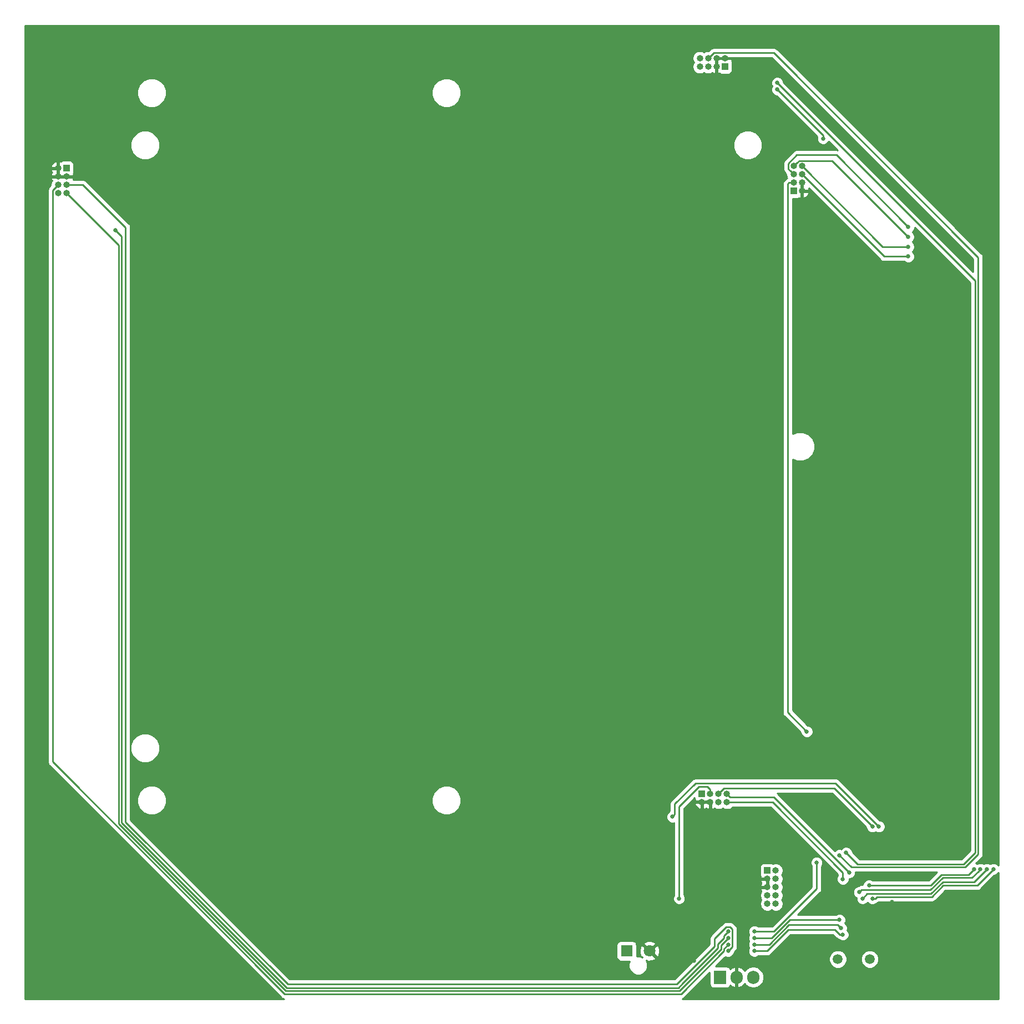
<source format=gbl>
G04 #@! TF.GenerationSoftware,KiCad,Pcbnew,5.0.1*
G04 #@! TF.CreationDate,2019-01-16T19:26:08-05:00*
G04 #@! TF.ProjectId,main,6D61696E2E6B696361645F7063620000,rev?*
G04 #@! TF.SameCoordinates,Original*
G04 #@! TF.FileFunction,Copper,L2,Bot,Signal*
G04 #@! TF.FilePolarity,Positive*
%FSLAX46Y46*%
G04 Gerber Fmt 4.6, Leading zero omitted, Abs format (unit mm)*
G04 Created by KiCad (PCBNEW 5.0.1) date Wed 16 Jan 2019 07:26:08 PM EST*
%MOMM*%
%LPD*%
G01*
G04 APERTURE LIST*
G04 #@! TA.AperFunction,ComponentPad*
%ADD10R,1.800000X1.800000*%
G04 #@! TD*
G04 #@! TA.AperFunction,ComponentPad*
%ADD11C,1.800000*%
G04 #@! TD*
G04 #@! TA.AperFunction,ComponentPad*
%ADD12R,1.000000X1.000000*%
G04 #@! TD*
G04 #@! TA.AperFunction,ComponentPad*
%ADD13O,1.000000X1.000000*%
G04 #@! TD*
G04 #@! TA.AperFunction,ComponentPad*
%ADD14C,1.500000*%
G04 #@! TD*
G04 #@! TA.AperFunction,ComponentPad*
%ADD15R,1.905000X2.000000*%
G04 #@! TD*
G04 #@! TA.AperFunction,ComponentPad*
%ADD16O,1.905000X2.000000*%
G04 #@! TD*
G04 #@! TA.AperFunction,ViaPad*
%ADD17C,0.635000*%
G04 #@! TD*
G04 #@! TA.AperFunction,Conductor*
%ADD18C,0.250000*%
G04 #@! TD*
G04 #@! TA.AperFunction,Conductor*
%ADD19C,0.254000*%
G04 #@! TD*
G04 APERTURE END LIST*
D10*
G04 #@! TO.P,J6,1*
G04 #@! TO.N,+5V*
X92500000Y-142000000D03*
D11*
G04 #@! TO.P,J6,2*
G04 #@! TO.N,GND*
X96000000Y-142000000D03*
G04 #@! TD*
D12*
G04 #@! TO.P,J5,1*
G04 #@! TO.N,+3V3*
X113980000Y-129710000D03*
D13*
G04 #@! TO.P,J5,2*
G04 #@! TO.N,SWDIO*
X115250000Y-129710000D03*
G04 #@! TO.P,J5,3*
G04 #@! TO.N,GND*
X113980000Y-130980000D03*
G04 #@! TO.P,J5,4*
G04 #@! TO.N,SWCLK*
X115250000Y-130980000D03*
G04 #@! TO.P,J5,5*
G04 #@! TO.N,GND*
X113980000Y-132250000D03*
G04 #@! TO.P,J5,6*
G04 #@! TO.N,USART1_TX*
X115250000Y-132250000D03*
G04 #@! TO.P,J5,7*
G04 #@! TO.N,Net-(J5-Pad7)*
X113980000Y-133520000D03*
G04 #@! TO.P,J5,8*
G04 #@! TO.N,USART1_RX*
X115250000Y-133520000D03*
G04 #@! TO.P,J5,9*
G04 #@! TO.N,Net-(J5-Pad9)*
X113980000Y-134790000D03*
G04 #@! TO.P,J5,10*
G04 #@! TO.N,NRST*
X115250000Y-134790000D03*
G04 #@! TD*
G04 #@! TO.P,J2,8*
G04 #@! TO.N,Net-(J2-Pad8)*
X107810000Y-119270000D03*
G04 #@! TO.P,J2,7*
G04 #@! TO.N,Net-(J2-Pad7)*
X107810000Y-118000000D03*
G04 #@! TO.P,J2,6*
G04 #@! TO.N,Net-(J2-Pad6)*
X106540000Y-119270000D03*
G04 #@! TO.P,J2,5*
G04 #@! TO.N,Net-(J2-Pad5)*
X106540000Y-118000000D03*
G04 #@! TO.P,J2,4*
G04 #@! TO.N,GND*
X105270000Y-119270000D03*
G04 #@! TO.P,J2,3*
G04 #@! TO.N,IN2*
X105270000Y-118000000D03*
G04 #@! TO.P,J2,2*
G04 #@! TO.N,GND*
X104000000Y-119270000D03*
D12*
G04 #@! TO.P,J2,1*
G04 #@! TO.N,+5V*
X104000000Y-118000000D03*
G04 #@! TD*
G04 #@! TO.P,J1,1*
G04 #@! TO.N,+5V*
X118000000Y-26000000D03*
D13*
G04 #@! TO.P,J1,2*
G04 #@! TO.N,GND*
X119270000Y-26000000D03*
G04 #@! TO.P,J1,3*
G04 #@! TO.N,IN1*
X118000000Y-24730000D03*
G04 #@! TO.P,J1,4*
G04 #@! TO.N,GND*
X119270000Y-24730000D03*
G04 #@! TO.P,J1,5*
G04 #@! TO.N,Net-(J1-Pad5)*
X118000000Y-23460000D03*
G04 #@! TO.P,J1,6*
G04 #@! TO.N,Net-(J1-Pad6)*
X119270000Y-23460000D03*
G04 #@! TO.P,J1,7*
G04 #@! TO.N,Net-(J1-Pad7)*
X118000000Y-22190000D03*
G04 #@! TO.P,J1,8*
G04 #@! TO.N,Net-(J1-Pad8)*
X119270000Y-22190000D03*
G04 #@! TD*
G04 #@! TO.P,J3,8*
G04 #@! TO.N,Net-(J3-Pad8)*
X103690000Y-5730000D03*
G04 #@! TO.P,J3,7*
G04 #@! TO.N,Net-(J3-Pad7)*
X103690000Y-7000000D03*
G04 #@! TO.P,J3,6*
G04 #@! TO.N,Net-(J3-Pad6)*
X104960000Y-5730000D03*
G04 #@! TO.P,J3,5*
G04 #@! TO.N,Net-(J3-Pad5)*
X104960000Y-7000000D03*
G04 #@! TO.P,J3,4*
G04 #@! TO.N,GND*
X106230000Y-5730000D03*
G04 #@! TO.P,J3,3*
X106230000Y-7000000D03*
G04 #@! TO.P,J3,2*
X107500000Y-5730000D03*
D12*
G04 #@! TO.P,J3,1*
G04 #@! TO.N,+5V*
X107500000Y-7000000D03*
G04 #@! TD*
G04 #@! TO.P,J4,1*
G04 #@! TO.N,+5V*
X7000000Y-22500000D03*
D13*
G04 #@! TO.P,J4,2*
G04 #@! TO.N,GND*
X5730000Y-22500000D03*
G04 #@! TO.P,J4,3*
X7000000Y-23770000D03*
G04 #@! TO.P,J4,4*
X5730000Y-23770000D03*
G04 #@! TO.P,J4,5*
G04 #@! TO.N,Net-(J4-Pad5)*
X7000000Y-25040000D03*
G04 #@! TO.P,J4,6*
G04 #@! TO.N,Net-(J4-Pad6)*
X5730000Y-25040000D03*
G04 #@! TO.P,J4,7*
G04 #@! TO.N,Net-(J4-Pad7)*
X7000000Y-26310000D03*
G04 #@! TO.P,J4,8*
G04 #@! TO.N,Net-(J4-Pad8)*
X5730000Y-26310000D03*
G04 #@! TD*
D14*
G04 #@! TO.P,Y1,1*
G04 #@! TO.N,OSC_IN*
X124750000Y-143250000D03*
G04 #@! TO.P,Y1,2*
G04 #@! TO.N,OSC_OUT*
X129630000Y-143250000D03*
G04 #@! TD*
D15*
G04 #@! TO.P,U2,1*
G04 #@! TO.N,+5V*
X106750000Y-146000000D03*
D16*
G04 #@! TO.P,U2,2*
G04 #@! TO.N,GND*
X109290000Y-146000000D03*
G04 #@! TO.P,U2,3*
G04 #@! TO.N,+3V3*
X111830000Y-146000000D03*
G04 #@! TD*
D17*
G04 #@! TO.N,IN2*
X100500000Y-134000000D03*
G04 #@! TO.N,IN1*
X120000000Y-108500000D03*
G04 #@! TO.N,Net-(J4-Pad7)*
X112000000Y-140000000D03*
X125000000Y-137250000D03*
X108000000Y-140000000D03*
G04 #@! TO.N,Net-(J4-Pad6)*
X112000000Y-141000000D03*
X125250000Y-138500000D03*
X108000000Y-141000000D03*
G04 #@! TO.N,Net-(J4-Pad5)*
X112000000Y-142000000D03*
X125500000Y-139500000D03*
X108000000Y-142000000D03*
G04 #@! TO.N,Net-(J1-Pad8)*
X128000000Y-133000000D03*
X146500000Y-129500000D03*
X135500000Y-34500000D03*
G04 #@! TO.N,Net-(J1-Pad7)*
X128500000Y-134000000D03*
X147500000Y-129500000D03*
X135500000Y-33000000D03*
G04 #@! TO.N,Net-(J1-Pad6)*
X129500000Y-132000000D03*
X145500000Y-129500000D03*
X135500000Y-36000000D03*
G04 #@! TO.N,Net-(J1-Pad5)*
X130000000Y-134000000D03*
X148500000Y-129500000D03*
X135500000Y-31500000D03*
G04 #@! TO.N,Net-(J2-Pad8)*
X125500000Y-131000000D03*
G04 #@! TO.N,Net-(J2-Pad7)*
X126500000Y-130000000D03*
G04 #@! TO.N,Net-(J2-Pad6)*
X131000000Y-123000000D03*
X99500000Y-121500000D03*
G04 #@! TO.N,Net-(J2-Pad5)*
X130000000Y-123000000D03*
G04 #@! TO.N,Net-(J3-Pad7)*
X115500000Y-10500000D03*
X122500000Y-18000000D03*
G04 #@! TO.N,Net-(J3-Pad6)*
X125000000Y-127370000D03*
G04 #@! TO.N,Net-(J3-Pad5)*
X115500000Y-9500000D03*
X126000000Y-127000000D03*
G04 #@! TO.N,Net-(J4-Pad8)*
X112000000Y-139000000D03*
X121500000Y-128500000D03*
X108000000Y-139000000D03*
X14500000Y-32000000D03*
G04 #@! TO.N,GND*
X136750000Y-145250000D03*
X139750000Y-145250000D03*
X142750000Y-145250000D03*
X145750000Y-145250000D03*
X134250000Y-141250000D03*
X127250000Y-147250000D03*
X119750000Y-145000000D03*
X119250000Y-141000000D03*
X116750000Y-141000000D03*
X131000000Y-134750000D03*
X140500000Y-134000000D03*
X132750000Y-127250000D03*
X139250000Y-122750000D03*
X137750000Y-121750000D03*
X139250000Y-127750000D03*
X118250000Y-131750000D03*
X124000000Y-132750000D03*
X124000000Y-118750000D03*
X125000000Y-125750000D03*
X116750000Y-135250000D03*
X120250000Y-139750000D03*
X102750000Y-143500000D03*
X86750000Y-134750000D03*
X87500000Y-132750000D03*
X97000000Y-133250000D03*
X103030000Y-123270000D03*
X99780000Y-137520000D03*
X122250000Y-120500000D03*
X117500000Y-115500000D03*
X118084349Y-108993306D03*
X116834349Y-108993306D03*
X132250000Y-111250000D03*
X121750000Y-111000000D03*
X124250000Y-111000000D03*
X102280000Y-133770000D03*
X102280000Y-131270000D03*
X121000000Y-139750000D03*
X133000000Y-134500000D03*
G04 #@! TD*
D18*
G04 #@! TO.N,IN2*
X100500000Y-119909238D02*
X103549238Y-116860000D01*
X100500000Y-134000000D02*
X100500000Y-119909238D01*
X105270000Y-117292894D02*
X105270000Y-118000000D01*
X104837106Y-116860000D02*
X105270000Y-117292894D01*
X103549238Y-116860000D02*
X104837106Y-116860000D01*
G04 #@! TO.N,IN1*
X117071799Y-24951095D02*
X117292894Y-24730000D01*
X117292894Y-24730000D02*
X118000000Y-24730000D01*
X117071799Y-105571799D02*
X117071799Y-24951095D01*
X120000000Y-108500000D02*
X117071799Y-105571799D01*
G04 #@! TO.N,Net-(J4-Pad7)*
X117390934Y-137250000D02*
X125000000Y-137250000D01*
X112000000Y-140000000D02*
X114640934Y-140000000D01*
X114640934Y-140000000D02*
X117390934Y-137250000D01*
X14960000Y-122550000D02*
X14960000Y-34270000D01*
X106901089Y-141098911D02*
X106901089Y-141807977D01*
X108000000Y-140000000D02*
X106901089Y-141098911D01*
X106901089Y-141807977D02*
X106882023Y-141807977D01*
X14960000Y-34270000D02*
X7000000Y-26310000D01*
X106882023Y-141807977D02*
X100620000Y-148070000D01*
X100620000Y-148070000D02*
X40480000Y-148070000D01*
X40480000Y-148070000D02*
X14960000Y-122550000D01*
G04 #@! TO.N,Net-(J4-Pad6)*
X112000000Y-141000000D02*
X114281868Y-141000000D01*
X114281868Y-141000000D02*
X117281868Y-138000000D01*
X5230001Y-25539999D02*
X5730000Y-25040000D01*
X4901799Y-25868201D02*
X5230001Y-25539999D01*
X4901799Y-113132734D02*
X4901799Y-25868201D01*
X108000000Y-141000000D02*
X107354299Y-141645701D01*
X107354299Y-141645701D02*
X107354299Y-141995701D01*
X107354299Y-141995701D02*
X100803210Y-148546790D01*
X100796420Y-148540000D02*
X40309065Y-148540000D01*
X100803210Y-148546790D02*
X100796420Y-148540000D01*
X40309065Y-148540000D02*
X4901799Y-113132734D01*
X124750000Y-138000000D02*
X125250000Y-138500000D01*
X117281868Y-138000000D02*
X124750000Y-138000000D01*
G04 #@! TO.N,Net-(J4-Pad5)*
X112000000Y-142000000D02*
X113922802Y-142000000D01*
X113922802Y-142000000D02*
X117172802Y-138750000D01*
X9495738Y-25040000D02*
X7707106Y-25040000D01*
X16000000Y-31544262D02*
X9495738Y-25040000D01*
X40761868Y-147070000D02*
X16000000Y-122308132D01*
X100135638Y-147070000D02*
X40761868Y-147070000D01*
X7707106Y-25040000D02*
X7000000Y-25040000D01*
X105910000Y-141295638D02*
X100135638Y-147070000D01*
X108000000Y-142000000D02*
X108645701Y-141354299D01*
X108645701Y-141354299D02*
X108645701Y-138690063D01*
X108645701Y-138690063D02*
X108309937Y-138354299D01*
X16000000Y-122308132D02*
X16000000Y-31544262D01*
X108309937Y-138354299D02*
X107690063Y-138354299D01*
X107690063Y-138354299D02*
X105910000Y-140134362D01*
X105910000Y-140134362D02*
X105910000Y-141295638D01*
X125050988Y-139500000D02*
X125500000Y-139500000D01*
X124300988Y-138750000D02*
X125050988Y-139500000D01*
X117172802Y-138750000D02*
X124300988Y-138750000D01*
G04 #@! TO.N,Net-(J1-Pad8)*
X140767724Y-130783210D02*
X145216790Y-130783210D01*
X138868433Y-132682501D02*
X140767724Y-130783210D01*
X146182501Y-129817499D02*
X146500000Y-129500000D01*
X145216790Y-130783210D02*
X146182501Y-129817499D01*
X128317499Y-132682501D02*
X138868433Y-132682501D01*
X128000000Y-133000000D02*
X128317499Y-132682501D01*
X131580000Y-34500000D02*
X119270000Y-22190000D01*
X135500000Y-34500000D02*
X131580000Y-34500000D01*
G04 #@! TO.N,Net-(J1-Pad7)*
X128500000Y-134000000D02*
X129220000Y-133280000D01*
X138911869Y-133280000D02*
X140770000Y-131421868D01*
X129220000Y-133280000D02*
X138911869Y-133280000D01*
X145578132Y-131421868D02*
X147500000Y-129500000D01*
X140770000Y-131421868D02*
X145578132Y-131421868D01*
X118499999Y-21690001D02*
X118000000Y-22190000D01*
X118828201Y-21361799D02*
X118499999Y-21690001D01*
X123861799Y-21361799D02*
X118828201Y-21361799D01*
X135500000Y-33000000D02*
X123861799Y-21361799D01*
G04 #@! TO.N,Net-(J1-Pad6)*
X129500000Y-132000000D02*
X138910000Y-132000000D01*
X138910000Y-132000000D02*
X140580000Y-130330000D01*
X144670000Y-130330000D02*
X145500000Y-129500000D01*
X140580000Y-130330000D02*
X144670000Y-130330000D01*
X131810000Y-36000000D02*
X119270000Y-23460000D01*
X135500000Y-36000000D02*
X131810000Y-36000000D01*
G04 #@! TO.N,Net-(J1-Pad5)*
X139099594Y-133733210D02*
X140836402Y-131996400D01*
X130715802Y-133733210D02*
X139099594Y-133733210D01*
X130000000Y-134000000D02*
X130449012Y-134000000D01*
X130449012Y-134000000D02*
X130715802Y-133733210D01*
X146003600Y-131996400D02*
X148500000Y-129500000D01*
X140836402Y-131996400D02*
X146003600Y-131996400D01*
X117171799Y-21792463D02*
X117171799Y-22631799D01*
X118464262Y-20500000D02*
X117171799Y-21792463D01*
X117171799Y-22631799D02*
X117500001Y-22960001D01*
X124500000Y-20500000D02*
X118464262Y-20500000D01*
X117500001Y-22960001D02*
X118000000Y-23460000D01*
X135500000Y-31500000D02*
X124500000Y-20500000D01*
G04 #@! TO.N,Net-(J2-Pad8)*
X114780000Y-119270000D02*
X107810000Y-119270000D01*
X125500000Y-129990000D02*
X114780000Y-119270000D01*
X125500000Y-131000000D02*
X125500000Y-129990000D01*
G04 #@! TO.N,Net-(J2-Pad7)*
X108309999Y-118499999D02*
X107810000Y-118000000D01*
X115000000Y-118500000D02*
X108309999Y-118499999D01*
X126500000Y-130000000D02*
X115000000Y-118500000D01*
G04 #@! TO.N,Net-(J2-Pad6)*
X99854299Y-119565701D02*
X99854299Y-121145701D01*
X99854299Y-121145701D02*
X99500000Y-121500000D01*
X103013210Y-116406790D02*
X99854299Y-119565701D01*
X131000000Y-123000000D02*
X124406790Y-116406790D01*
X124406790Y-116406790D02*
X103013210Y-116406790D01*
G04 #@! TO.N,Net-(J2-Pad5)*
X107039999Y-117500001D02*
X106540000Y-118000000D01*
X107368201Y-117171799D02*
X107039999Y-117500001D01*
X124171799Y-117171799D02*
X107368201Y-117171799D01*
X130000000Y-123000000D02*
X124171799Y-117171799D01*
G04 #@! TO.N,Net-(J3-Pad7)*
X122500000Y-17500000D02*
X115500000Y-10500000D01*
X122500000Y-18000000D02*
X122500000Y-17500000D01*
G04 #@! TO.N,Net-(J3-Pad6)*
X105788201Y-4901799D02*
X105459999Y-5230001D01*
X105459999Y-5230001D02*
X104960000Y-5730000D01*
X125000000Y-127370000D02*
X126830000Y-129200000D01*
X126830000Y-129200000D02*
X144150000Y-129200000D01*
X144150000Y-129200000D02*
X146150000Y-127200000D01*
X146150000Y-127200000D02*
X146150000Y-36100000D01*
X146150000Y-36100000D02*
X114951799Y-4901799D01*
X114951799Y-4901799D02*
X105788201Y-4901799D01*
G04 #@! TO.N,Net-(J3-Pad5)*
X126000000Y-127000000D02*
X126317499Y-127317499D01*
X126317499Y-127317499D02*
X127746790Y-128746790D01*
X127746790Y-128746790D02*
X139208848Y-128746790D01*
X139208848Y-128746790D02*
X143962276Y-128746790D01*
X143962276Y-128746790D02*
X143962276Y-128727724D01*
X143962276Y-128727724D02*
X145696790Y-126993210D01*
X115500000Y-9500000D02*
X145670000Y-39670000D01*
X145696790Y-126993210D02*
X145696790Y-39670000D01*
G04 #@! TO.N,Net-(J4-Pad8)*
X112000000Y-139000000D02*
X115000000Y-139000000D01*
X121500000Y-132500000D02*
X121500000Y-128500000D01*
X115000000Y-139000000D02*
X121500000Y-132500000D01*
X101940000Y-146060000D02*
X101100000Y-146900000D01*
X106430000Y-141570000D02*
X101940000Y-146060000D01*
X106430000Y-140929066D02*
X106430000Y-141570000D01*
X99280000Y-147610000D02*
X47670000Y-147610000D01*
X107354299Y-140004767D02*
X106430000Y-140929066D01*
X108000000Y-139000000D02*
X107354299Y-139645701D01*
X100390000Y-147610000D02*
X99280000Y-147610000D01*
X107354299Y-139645701D02*
X107354299Y-140004767D01*
X101100000Y-146900000D02*
X100390000Y-147610000D01*
X40660934Y-147610000D02*
X15413210Y-122362276D01*
X47670000Y-147610000D02*
X40660934Y-147610000D01*
X15413210Y-32913210D02*
X15413210Y-33000000D01*
X14500000Y-32000000D02*
X15413210Y-32913210D01*
X15413210Y-122362276D02*
X15413210Y-33000000D01*
G04 #@! TD*
D19*
G04 #@! TO.N,GND*
G36*
X149290001Y-128942962D02*
X149039548Y-128692509D01*
X148689464Y-128547500D01*
X148310536Y-128547500D01*
X148000000Y-128676128D01*
X147689464Y-128547500D01*
X147310536Y-128547500D01*
X147000000Y-128676128D01*
X146689464Y-128547500D01*
X146310536Y-128547500D01*
X146000000Y-128676128D01*
X145822285Y-128602516D01*
X146634473Y-127790329D01*
X146697929Y-127747929D01*
X146865904Y-127496537D01*
X146910000Y-127274852D01*
X146910000Y-127274848D01*
X146924888Y-127200001D01*
X146910000Y-127125154D01*
X146910000Y-36174847D01*
X146924888Y-36100000D01*
X146910000Y-36025153D01*
X146910000Y-36025148D01*
X146865904Y-35803463D01*
X146697929Y-35552071D01*
X146634473Y-35509671D01*
X115542130Y-4417329D01*
X115499728Y-4353870D01*
X115248336Y-4185895D01*
X115026651Y-4141799D01*
X115026646Y-4141799D01*
X114951799Y-4126911D01*
X114876952Y-4141799D01*
X105863049Y-4141799D01*
X105788201Y-4126911D01*
X105713353Y-4141799D01*
X105713349Y-4141799D01*
X105539806Y-4176319D01*
X105491663Y-4185895D01*
X105397919Y-4248533D01*
X105240272Y-4353870D01*
X105197870Y-4417329D01*
X105020199Y-4595000D01*
X104848217Y-4595000D01*
X104517145Y-4660854D01*
X104325000Y-4789241D01*
X104132855Y-4660854D01*
X103801783Y-4595000D01*
X103578217Y-4595000D01*
X103247145Y-4660854D01*
X102871711Y-4911711D01*
X102620854Y-5287145D01*
X102532765Y-5730000D01*
X102620854Y-6172855D01*
X102749241Y-6365000D01*
X102620854Y-6557145D01*
X102532765Y-7000000D01*
X102620854Y-7442855D01*
X102871711Y-7818289D01*
X103247145Y-8069146D01*
X103578217Y-8135000D01*
X103801783Y-8135000D01*
X104132855Y-8069146D01*
X104325000Y-7940759D01*
X104517145Y-8069146D01*
X104848217Y-8135000D01*
X105071783Y-8135000D01*
X105402855Y-8069146D01*
X105606910Y-7932801D01*
X105669791Y-7987127D01*
X105928126Y-8094119D01*
X106103000Y-7967954D01*
X106103000Y-7127000D01*
X106091973Y-7127000D01*
X106117235Y-7000000D01*
X106091973Y-6873000D01*
X106103000Y-6873000D01*
X106103000Y-6500000D01*
X106352560Y-6500000D01*
X106352560Y-7500000D01*
X106357000Y-7522322D01*
X106357000Y-7967954D01*
X106531874Y-8094119D01*
X106664183Y-8039322D01*
X106752235Y-8098157D01*
X107000000Y-8147440D01*
X108000000Y-8147440D01*
X108247765Y-8098157D01*
X108457809Y-7957809D01*
X108598157Y-7747765D01*
X108647440Y-7500000D01*
X108647440Y-6500000D01*
X108598157Y-6252235D01*
X108532667Y-6154223D01*
X108594132Y-6031877D01*
X108469135Y-5857000D01*
X108022322Y-5857000D01*
X108000000Y-5852560D01*
X107000000Y-5852560D01*
X106977678Y-5857000D01*
X106357000Y-5857000D01*
X106357000Y-6477678D01*
X106352560Y-6500000D01*
X106103000Y-6500000D01*
X106103000Y-5857000D01*
X106091973Y-5857000D01*
X106117235Y-5730000D01*
X106103669Y-5661799D01*
X114636998Y-5661799D01*
X145390001Y-36414803D01*
X145390001Y-38315199D01*
X116452500Y-9377699D01*
X116452500Y-9310536D01*
X116307491Y-8960452D01*
X116039548Y-8692509D01*
X115689464Y-8547500D01*
X115310536Y-8547500D01*
X114960452Y-8692509D01*
X114692509Y-8960452D01*
X114547500Y-9310536D01*
X114547500Y-9689464D01*
X114676128Y-10000000D01*
X114547500Y-10310536D01*
X114547500Y-10689464D01*
X114692509Y-11039548D01*
X114960452Y-11307491D01*
X115310536Y-11452500D01*
X115377699Y-11452500D01*
X121602632Y-17677434D01*
X121547500Y-17810536D01*
X121547500Y-18189464D01*
X121692509Y-18539548D01*
X121960452Y-18807491D01*
X122310536Y-18952500D01*
X122689464Y-18952500D01*
X123039548Y-18807491D01*
X123307491Y-18539548D01*
X123353550Y-18428351D01*
X124687632Y-19762433D01*
X124574852Y-19740000D01*
X124574847Y-19740000D01*
X124500000Y-19725112D01*
X124425153Y-19740000D01*
X118539110Y-19740000D01*
X118464262Y-19725112D01*
X118389414Y-19740000D01*
X118389410Y-19740000D01*
X118215867Y-19774520D01*
X118167724Y-19784096D01*
X117980680Y-19909076D01*
X117916333Y-19952071D01*
X117873933Y-20015527D01*
X116687329Y-21202132D01*
X116623870Y-21244534D01*
X116455895Y-21495927D01*
X116411799Y-21717612D01*
X116411799Y-21717616D01*
X116396911Y-21792463D01*
X116411799Y-21867310D01*
X116411799Y-22556952D01*
X116396911Y-22631799D01*
X116411799Y-22706646D01*
X116411799Y-22706651D01*
X116455896Y-22928336D01*
X116623871Y-23179728D01*
X116687327Y-23222128D01*
X116856442Y-23391243D01*
X116842765Y-23460000D01*
X116930854Y-23902855D01*
X117004147Y-24012546D01*
X116996357Y-24014096D01*
X116744965Y-24182071D01*
X116702563Y-24245530D01*
X116587327Y-24360766D01*
X116523871Y-24403166D01*
X116481471Y-24466622D01*
X116481470Y-24466623D01*
X116355896Y-24654558D01*
X116296911Y-24951095D01*
X116311800Y-25025947D01*
X116311799Y-105496952D01*
X116296911Y-105571799D01*
X116311799Y-105646646D01*
X116311799Y-105646650D01*
X116355895Y-105868335D01*
X116523870Y-106119728D01*
X116587329Y-106162130D01*
X119047500Y-108622302D01*
X119047500Y-108689464D01*
X119192509Y-109039548D01*
X119460452Y-109307491D01*
X119810536Y-109452500D01*
X120189464Y-109452500D01*
X120539548Y-109307491D01*
X120807491Y-109039548D01*
X120952500Y-108689464D01*
X120952500Y-108310536D01*
X120807491Y-107960452D01*
X120539548Y-107692509D01*
X120189464Y-107547500D01*
X120122302Y-107547500D01*
X117831799Y-105256998D01*
X117831799Y-66935261D01*
X118555431Y-67235000D01*
X119444569Y-67235000D01*
X120266026Y-66894741D01*
X120894741Y-66266026D01*
X121235000Y-65444569D01*
X121235000Y-64555431D01*
X120894741Y-63733974D01*
X120266026Y-63105259D01*
X119444569Y-62765000D01*
X118555431Y-62765000D01*
X117831799Y-63064739D01*
X117831799Y-27147440D01*
X118500000Y-27147440D01*
X118747765Y-27098157D01*
X118845777Y-27032667D01*
X118968123Y-27094132D01*
X119143000Y-26969135D01*
X119143000Y-26522322D01*
X119147440Y-26500000D01*
X119147440Y-26127000D01*
X119397000Y-26127000D01*
X119397000Y-26969135D01*
X119571877Y-27094132D01*
X119967604Y-26895323D01*
X120257127Y-26560209D01*
X120364119Y-26301874D01*
X120237954Y-26127000D01*
X119397000Y-26127000D01*
X119147440Y-26127000D01*
X119147440Y-25500000D01*
X119143000Y-25477678D01*
X119143000Y-24857000D01*
X119131973Y-24857000D01*
X119157235Y-24730000D01*
X119131973Y-24603000D01*
X119143000Y-24603000D01*
X119143000Y-24591973D01*
X119158217Y-24595000D01*
X119330199Y-24595000D01*
X119417000Y-24681801D01*
X119417000Y-24857000D01*
X119397000Y-24857000D01*
X119397000Y-25873000D01*
X120237954Y-25873000D01*
X120364119Y-25698126D01*
X120315194Y-25579995D01*
X131219671Y-36484473D01*
X131262071Y-36547929D01*
X131513463Y-36715904D01*
X131735148Y-36760000D01*
X131735152Y-36760000D01*
X131809999Y-36774888D01*
X131884846Y-36760000D01*
X134912961Y-36760000D01*
X134960452Y-36807491D01*
X135310536Y-36952500D01*
X135689464Y-36952500D01*
X136039548Y-36807491D01*
X136307491Y-36539548D01*
X136452500Y-36189464D01*
X136452500Y-35810536D01*
X136307491Y-35460452D01*
X136097039Y-35250000D01*
X136307491Y-35039548D01*
X136452500Y-34689464D01*
X136452500Y-34310536D01*
X136307491Y-33960452D01*
X136097039Y-33750000D01*
X136307491Y-33539548D01*
X136452500Y-33189464D01*
X136452500Y-32810536D01*
X136307491Y-32460452D01*
X136097039Y-32250000D01*
X136307491Y-32039548D01*
X136452500Y-31689464D01*
X136452500Y-31527302D01*
X144936791Y-40011593D01*
X144936790Y-126678408D01*
X143628409Y-127986790D01*
X128061592Y-127986790D01*
X126952500Y-126877699D01*
X126952500Y-126810536D01*
X126807491Y-126460452D01*
X126539548Y-126192509D01*
X126189464Y-126047500D01*
X125810536Y-126047500D01*
X125460452Y-126192509D01*
X125221989Y-126430972D01*
X125189464Y-126417500D01*
X124810536Y-126417500D01*
X124460452Y-126562509D01*
X124298881Y-126724080D01*
X115590329Y-118015528D01*
X115547929Y-117952072D01*
X115517588Y-117931799D01*
X123856998Y-117931799D01*
X129047500Y-123122302D01*
X129047500Y-123189464D01*
X129192509Y-123539548D01*
X129460452Y-123807491D01*
X129810536Y-123952500D01*
X130189464Y-123952500D01*
X130500000Y-123823872D01*
X130810536Y-123952500D01*
X131189464Y-123952500D01*
X131539548Y-123807491D01*
X131807491Y-123539548D01*
X131952500Y-123189464D01*
X131952500Y-122810536D01*
X131807491Y-122460452D01*
X131539548Y-122192509D01*
X131189464Y-122047500D01*
X131122302Y-122047500D01*
X124997121Y-115922320D01*
X124954719Y-115858861D01*
X124703327Y-115690886D01*
X124481642Y-115646790D01*
X124481637Y-115646790D01*
X124406790Y-115631902D01*
X124331943Y-115646790D01*
X103088058Y-115646790D01*
X103013210Y-115631902D01*
X102938362Y-115646790D01*
X102938358Y-115646790D01*
X102764815Y-115681310D01*
X102716672Y-115690886D01*
X102529628Y-115815866D01*
X102465281Y-115858861D01*
X102422881Y-115922317D01*
X99369829Y-118975370D01*
X99306370Y-119017772D01*
X99138395Y-119269165D01*
X99094299Y-119490850D01*
X99094299Y-119490854D01*
X99079411Y-119565701D01*
X99094299Y-119640548D01*
X99094300Y-120637068D01*
X98960452Y-120692509D01*
X98692509Y-120960452D01*
X98547500Y-121310536D01*
X98547500Y-121689464D01*
X98692509Y-122039548D01*
X98960452Y-122307491D01*
X99310536Y-122452500D01*
X99689464Y-122452500D01*
X99740001Y-122431567D01*
X99740000Y-133412961D01*
X99692509Y-133460452D01*
X99547500Y-133810536D01*
X99547500Y-134189464D01*
X99692509Y-134539548D01*
X99960452Y-134807491D01*
X100310536Y-134952500D01*
X100689464Y-134952500D01*
X101039548Y-134807491D01*
X101307491Y-134539548D01*
X101452500Y-134189464D01*
X101452500Y-133810536D01*
X101332157Y-133520000D01*
X112822765Y-133520000D01*
X112910854Y-133962855D01*
X113039241Y-134155000D01*
X112910854Y-134347145D01*
X112822765Y-134790000D01*
X112910854Y-135232855D01*
X113161711Y-135608289D01*
X113537145Y-135859146D01*
X113868217Y-135925000D01*
X114091783Y-135925000D01*
X114422855Y-135859146D01*
X114615000Y-135730759D01*
X114807145Y-135859146D01*
X115138217Y-135925000D01*
X115361783Y-135925000D01*
X115692855Y-135859146D01*
X116068289Y-135608289D01*
X116319146Y-135232855D01*
X116407235Y-134790000D01*
X116319146Y-134347145D01*
X116190759Y-134155000D01*
X116319146Y-133962855D01*
X116407235Y-133520000D01*
X116319146Y-133077145D01*
X116190759Y-132885000D01*
X116319146Y-132692855D01*
X116407235Y-132250000D01*
X116319146Y-131807145D01*
X116190759Y-131615000D01*
X116319146Y-131422855D01*
X116407235Y-130980000D01*
X116319146Y-130537145D01*
X116190759Y-130345000D01*
X116319146Y-130152855D01*
X116407235Y-129710000D01*
X116319146Y-129267145D01*
X116068289Y-128891711D01*
X115692855Y-128640854D01*
X115361783Y-128575000D01*
X115138217Y-128575000D01*
X114807145Y-128640854D01*
X114789164Y-128652869D01*
X114727765Y-128611843D01*
X114480000Y-128562560D01*
X113480000Y-128562560D01*
X113232235Y-128611843D01*
X113022191Y-128752191D01*
X112881843Y-128962235D01*
X112832560Y-129210000D01*
X112832560Y-130210000D01*
X112881843Y-130457765D01*
X112940678Y-130545817D01*
X112885881Y-130678126D01*
X113012046Y-130853000D01*
X113457678Y-130853000D01*
X113480000Y-130857440D01*
X114117144Y-130857440D01*
X114092765Y-130980000D01*
X114118027Y-131107000D01*
X114107000Y-131107000D01*
X114107000Y-132123000D01*
X114118027Y-132123000D01*
X114092765Y-132250000D01*
X114118027Y-132377000D01*
X114107000Y-132377000D01*
X114107000Y-132388027D01*
X114091783Y-132385000D01*
X113868217Y-132385000D01*
X113853000Y-132388027D01*
X113853000Y-132377000D01*
X113012046Y-132377000D01*
X112885881Y-132551874D01*
X112992873Y-132810209D01*
X113047199Y-132873090D01*
X112910854Y-133077145D01*
X112822765Y-133520000D01*
X101332157Y-133520000D01*
X101307491Y-133460452D01*
X101260000Y-133412961D01*
X101260000Y-131281874D01*
X112885881Y-131281874D01*
X112992873Y-131540209D01*
X113057489Y-131615000D01*
X112992873Y-131689791D01*
X112885881Y-131948126D01*
X113012046Y-132123000D01*
X113853000Y-132123000D01*
X113853000Y-131107000D01*
X113012046Y-131107000D01*
X112885881Y-131281874D01*
X101260000Y-131281874D01*
X101260000Y-120224039D01*
X101912162Y-119571877D01*
X102905868Y-119571877D01*
X103104677Y-119967604D01*
X103439791Y-120257127D01*
X103698126Y-120364119D01*
X103873000Y-120237954D01*
X103873000Y-119397000D01*
X104127000Y-119397000D01*
X104127000Y-120237954D01*
X104301874Y-120364119D01*
X104560209Y-120257127D01*
X104635000Y-120192511D01*
X104709791Y-120257127D01*
X104968126Y-120364119D01*
X105143000Y-120237954D01*
X105143000Y-119397000D01*
X104127000Y-119397000D01*
X103873000Y-119397000D01*
X103030865Y-119397000D01*
X102905868Y-119571877D01*
X101912162Y-119571877D01*
X102874374Y-118609666D01*
X102901843Y-118747765D01*
X102967333Y-118845777D01*
X102905868Y-118968123D01*
X103030865Y-119143000D01*
X103477678Y-119143000D01*
X103500000Y-119147440D01*
X104500000Y-119147440D01*
X104522322Y-119143000D01*
X105143000Y-119143000D01*
X105143000Y-119131973D01*
X105158217Y-119135000D01*
X105381783Y-119135000D01*
X105397000Y-119131973D01*
X105397000Y-119143000D01*
X105408027Y-119143000D01*
X105382765Y-119270000D01*
X105408027Y-119397000D01*
X105397000Y-119397000D01*
X105397000Y-120237954D01*
X105571874Y-120364119D01*
X105830209Y-120257127D01*
X105893090Y-120202801D01*
X106097145Y-120339146D01*
X106428217Y-120405000D01*
X106651783Y-120405000D01*
X106982855Y-120339146D01*
X107175000Y-120210759D01*
X107367145Y-120339146D01*
X107698217Y-120405000D01*
X107921783Y-120405000D01*
X108252855Y-120339146D01*
X108628289Y-120088289D01*
X108667236Y-120030000D01*
X114465199Y-120030000D01*
X124740001Y-130304804D01*
X124740001Y-130412960D01*
X124692509Y-130460452D01*
X124547500Y-130810536D01*
X124547500Y-131189464D01*
X124692509Y-131539548D01*
X124960452Y-131807491D01*
X125310536Y-131952500D01*
X125689464Y-131952500D01*
X126039548Y-131807491D01*
X126307491Y-131539548D01*
X126452500Y-131189464D01*
X126452500Y-130952500D01*
X126689464Y-130952500D01*
X127039548Y-130807491D01*
X127307491Y-130539548D01*
X127452500Y-130189464D01*
X127452500Y-129960000D01*
X139875198Y-129960000D01*
X138595199Y-131240000D01*
X130087039Y-131240000D01*
X130039548Y-131192509D01*
X129689464Y-131047500D01*
X129310536Y-131047500D01*
X128960452Y-131192509D01*
X128692509Y-131460452D01*
X128547500Y-131810536D01*
X128547500Y-131922501D01*
X128392345Y-131922501D01*
X128317498Y-131907613D01*
X128242651Y-131922501D01*
X128242647Y-131922501D01*
X128020962Y-131966597D01*
X127899882Y-132047500D01*
X127810536Y-132047500D01*
X127460452Y-132192509D01*
X127192509Y-132460452D01*
X127047500Y-132810536D01*
X127047500Y-133189464D01*
X127192509Y-133539548D01*
X127460452Y-133807491D01*
X127547500Y-133843547D01*
X127547500Y-134189464D01*
X127692509Y-134539548D01*
X127960452Y-134807491D01*
X128310536Y-134952500D01*
X128689464Y-134952500D01*
X129039548Y-134807491D01*
X129250000Y-134597039D01*
X129460452Y-134807491D01*
X129810536Y-134952500D01*
X130189464Y-134952500D01*
X130539548Y-134807491D01*
X130602726Y-134744313D01*
X130745549Y-134715904D01*
X130996941Y-134547929D01*
X131033503Y-134493210D01*
X139024746Y-134493210D01*
X139099594Y-134508098D01*
X139174441Y-134493210D01*
X139174446Y-134493210D01*
X139396131Y-134449114D01*
X139647523Y-134281139D01*
X139689924Y-134217682D01*
X141151204Y-132756400D01*
X145928753Y-132756400D01*
X146003600Y-132771288D01*
X146078447Y-132756400D01*
X146078452Y-132756400D01*
X146300137Y-132712304D01*
X146551529Y-132544329D01*
X146593931Y-132480870D01*
X148622302Y-130452500D01*
X148689464Y-130452500D01*
X149039548Y-130307491D01*
X149290001Y-130057038D01*
X149290001Y-149290000D01*
X100962468Y-149290000D01*
X101099747Y-149262694D01*
X101351139Y-149094719D01*
X101393541Y-149031260D01*
X105150060Y-145274742D01*
X105150060Y-147000000D01*
X105199343Y-147247765D01*
X105339691Y-147457809D01*
X105549735Y-147598157D01*
X105797500Y-147647440D01*
X107702500Y-147647440D01*
X107950265Y-147598157D01*
X108160309Y-147457809D01*
X108297255Y-147252857D01*
X108423076Y-147375973D01*
X108917020Y-147590563D01*
X109163000Y-147470594D01*
X109163000Y-146127000D01*
X109143000Y-146127000D01*
X109143000Y-145873000D01*
X109163000Y-145873000D01*
X109163000Y-144529406D01*
X109417000Y-144529406D01*
X109417000Y-145873000D01*
X109437000Y-145873000D01*
X109437000Y-146127000D01*
X109417000Y-146127000D01*
X109417000Y-147470594D01*
X109662980Y-147590563D01*
X110156924Y-147375973D01*
X110550841Y-146990526D01*
X110685477Y-147192023D01*
X111210590Y-147542891D01*
X111830000Y-147666100D01*
X112449411Y-147542891D01*
X112974523Y-147192023D01*
X113325391Y-146666910D01*
X113417500Y-146203849D01*
X113417500Y-145796150D01*
X113325391Y-145333089D01*
X112974523Y-144807977D01*
X112449410Y-144457109D01*
X111830000Y-144333900D01*
X111210589Y-144457109D01*
X110685477Y-144807977D01*
X110550841Y-145009474D01*
X110156924Y-144624027D01*
X109662980Y-144409437D01*
X109417000Y-144529406D01*
X109163000Y-144529406D01*
X108917020Y-144409437D01*
X108423076Y-144624027D01*
X108297255Y-144747143D01*
X108160309Y-144542191D01*
X107950265Y-144401843D01*
X107702500Y-144352560D01*
X106072242Y-144352560D01*
X107450296Y-142974506D01*
X123365000Y-142974506D01*
X123365000Y-143525494D01*
X123575853Y-144034540D01*
X123965460Y-144424147D01*
X124474506Y-144635000D01*
X125025494Y-144635000D01*
X125534540Y-144424147D01*
X125924147Y-144034540D01*
X126135000Y-143525494D01*
X126135000Y-142974506D01*
X128245000Y-142974506D01*
X128245000Y-143525494D01*
X128455853Y-144034540D01*
X128845460Y-144424147D01*
X129354506Y-144635000D01*
X129905494Y-144635000D01*
X130414540Y-144424147D01*
X130804147Y-144034540D01*
X131015000Y-143525494D01*
X131015000Y-142974506D01*
X130804147Y-142465460D01*
X130414540Y-142075853D01*
X129905494Y-141865000D01*
X129354506Y-141865000D01*
X128845460Y-142075853D01*
X128455853Y-142465460D01*
X128245000Y-142974506D01*
X126135000Y-142974506D01*
X125924147Y-142465460D01*
X125534540Y-142075853D01*
X125025494Y-141865000D01*
X124474506Y-141865000D01*
X123965460Y-142075853D01*
X123575853Y-142465460D01*
X123365000Y-142974506D01*
X107450296Y-142974506D01*
X107571368Y-142853434D01*
X107810536Y-142952500D01*
X108189464Y-142952500D01*
X108539548Y-142807491D01*
X108807491Y-142539548D01*
X108952500Y-142189464D01*
X108952500Y-142122302D01*
X109130174Y-141944628D01*
X109193630Y-141902228D01*
X109361605Y-141650836D01*
X109405701Y-141429151D01*
X109405701Y-141429147D01*
X109420589Y-141354300D01*
X109405701Y-141279453D01*
X109405701Y-138810536D01*
X111047500Y-138810536D01*
X111047500Y-139189464D01*
X111176128Y-139500000D01*
X111047500Y-139810536D01*
X111047500Y-140189464D01*
X111176128Y-140500000D01*
X111047500Y-140810536D01*
X111047500Y-141189464D01*
X111176128Y-141500000D01*
X111047500Y-141810536D01*
X111047500Y-142189464D01*
X111192509Y-142539548D01*
X111460452Y-142807491D01*
X111810536Y-142952500D01*
X112189464Y-142952500D01*
X112539548Y-142807491D01*
X112587039Y-142760000D01*
X113847955Y-142760000D01*
X113922802Y-142774888D01*
X113997649Y-142760000D01*
X113997654Y-142760000D01*
X114219339Y-142715904D01*
X114470731Y-142547929D01*
X114513133Y-142484470D01*
X117487604Y-139510000D01*
X123986187Y-139510000D01*
X124460659Y-139984473D01*
X124503059Y-140047929D01*
X124754451Y-140215904D01*
X124897274Y-140244313D01*
X124960452Y-140307491D01*
X125310536Y-140452500D01*
X125689464Y-140452500D01*
X126039548Y-140307491D01*
X126307491Y-140039548D01*
X126452500Y-139689464D01*
X126452500Y-139310536D01*
X126307491Y-138960452D01*
X126153881Y-138806842D01*
X126202500Y-138689464D01*
X126202500Y-138310536D01*
X126057491Y-137960452D01*
X125830658Y-137733619D01*
X125952500Y-137439464D01*
X125952500Y-137060536D01*
X125807491Y-136710452D01*
X125539548Y-136442509D01*
X125189464Y-136297500D01*
X124810536Y-136297500D01*
X124460452Y-136442509D01*
X124412961Y-136490000D01*
X118584801Y-136490000D01*
X121984473Y-133090329D01*
X122047929Y-133047929D01*
X122215904Y-132796537D01*
X122260000Y-132574852D01*
X122260000Y-132574848D01*
X122274888Y-132500001D01*
X122260000Y-132425154D01*
X122260000Y-129087039D01*
X122307491Y-129039548D01*
X122452500Y-128689464D01*
X122452500Y-128310536D01*
X122307491Y-127960452D01*
X122039548Y-127692509D01*
X121689464Y-127547500D01*
X121310536Y-127547500D01*
X120960452Y-127692509D01*
X120692509Y-127960452D01*
X120547500Y-128310536D01*
X120547500Y-128689464D01*
X120692509Y-129039548D01*
X120740001Y-129087040D01*
X120740000Y-132185198D01*
X114685199Y-138240000D01*
X112587039Y-138240000D01*
X112539548Y-138192509D01*
X112189464Y-138047500D01*
X111810536Y-138047500D01*
X111460452Y-138192509D01*
X111192509Y-138460452D01*
X111047500Y-138810536D01*
X109405701Y-138810536D01*
X109405701Y-138764909D01*
X109420589Y-138690062D01*
X109405701Y-138615215D01*
X109405701Y-138615211D01*
X109361605Y-138393526D01*
X109193630Y-138142134D01*
X109130171Y-138099732D01*
X108900268Y-137869829D01*
X108857866Y-137806370D01*
X108606474Y-137638395D01*
X108384789Y-137594299D01*
X108384784Y-137594299D01*
X108309937Y-137579411D01*
X108235090Y-137594299D01*
X107764909Y-137594299D01*
X107690062Y-137579411D01*
X107615215Y-137594299D01*
X107615211Y-137594299D01*
X107393526Y-137638395D01*
X107142134Y-137806370D01*
X107099734Y-137869826D01*
X105425530Y-139544031D01*
X105362071Y-139586433D01*
X105194096Y-139837826D01*
X105150000Y-140059511D01*
X105150000Y-140059515D01*
X105135112Y-140134362D01*
X105150000Y-140209209D01*
X105150001Y-140980835D01*
X99820837Y-146310000D01*
X41076670Y-146310000D01*
X35866670Y-141100000D01*
X90952560Y-141100000D01*
X90952560Y-142900000D01*
X91001843Y-143147765D01*
X91142191Y-143357809D01*
X91352235Y-143498157D01*
X91600000Y-143547440D01*
X92979493Y-143547440D01*
X92815000Y-143944561D01*
X92815000Y-144515439D01*
X93033466Y-145042862D01*
X93437138Y-145446534D01*
X93964561Y-145665000D01*
X94535439Y-145665000D01*
X95062862Y-145446534D01*
X95466534Y-145042862D01*
X95685000Y-144515439D01*
X95685000Y-143944561D01*
X95477370Y-143443298D01*
X95759336Y-143546458D01*
X96369460Y-143520839D01*
X96814148Y-143336643D01*
X96900554Y-143080159D01*
X96000000Y-142179605D01*
X95985858Y-142193748D01*
X95806253Y-142014143D01*
X95820395Y-142000000D01*
X96179605Y-142000000D01*
X97080159Y-142900554D01*
X97336643Y-142814148D01*
X97546458Y-142240664D01*
X97520839Y-141630540D01*
X97336643Y-141185852D01*
X97080159Y-141099446D01*
X96179605Y-142000000D01*
X95820395Y-142000000D01*
X94919841Y-141099446D01*
X94663357Y-141185852D01*
X94453542Y-141759336D01*
X94479161Y-142369460D01*
X94663357Y-142814148D01*
X94919839Y-142900553D01*
X94881888Y-142938504D01*
X94535439Y-142795000D01*
X94047440Y-142795000D01*
X94047440Y-141100000D01*
X94011605Y-140919841D01*
X95099446Y-140919841D01*
X96000000Y-141820395D01*
X96900554Y-140919841D01*
X96814148Y-140663357D01*
X96240664Y-140453542D01*
X95630540Y-140479161D01*
X95185852Y-140663357D01*
X95099446Y-140919841D01*
X94011605Y-140919841D01*
X93998157Y-140852235D01*
X93857809Y-140642191D01*
X93647765Y-140501843D01*
X93400000Y-140452560D01*
X91600000Y-140452560D01*
X91352235Y-140501843D01*
X91142191Y-140642191D01*
X91001843Y-140852235D01*
X90952560Y-141100000D01*
X35866670Y-141100000D01*
X16760000Y-121993331D01*
X16760000Y-118555431D01*
X17765000Y-118555431D01*
X17765000Y-119444569D01*
X18105259Y-120266026D01*
X18733974Y-120894741D01*
X19555431Y-121235000D01*
X20444569Y-121235000D01*
X21266026Y-120894741D01*
X21894741Y-120266026D01*
X22235000Y-119444569D01*
X22235000Y-118555431D01*
X62765000Y-118555431D01*
X62765000Y-119444569D01*
X63105259Y-120266026D01*
X63733974Y-120894741D01*
X64555431Y-121235000D01*
X65444569Y-121235000D01*
X66266026Y-120894741D01*
X66894741Y-120266026D01*
X67235000Y-119444569D01*
X67235000Y-118555431D01*
X66894741Y-117733974D01*
X66266026Y-117105259D01*
X65444569Y-116765000D01*
X64555431Y-116765000D01*
X63733974Y-117105259D01*
X63105259Y-117733974D01*
X62765000Y-118555431D01*
X22235000Y-118555431D01*
X21894741Y-117733974D01*
X21266026Y-117105259D01*
X20444569Y-116765000D01*
X19555431Y-116765000D01*
X18733974Y-117105259D01*
X18105259Y-117733974D01*
X17765000Y-118555431D01*
X16760000Y-118555431D01*
X16760000Y-110555431D01*
X16765000Y-110555431D01*
X16765000Y-111444569D01*
X17105259Y-112266026D01*
X17733974Y-112894741D01*
X18555431Y-113235000D01*
X19444569Y-113235000D01*
X20266026Y-112894741D01*
X20894741Y-112266026D01*
X21235000Y-111444569D01*
X21235000Y-110555431D01*
X20894741Y-109733974D01*
X20266026Y-109105259D01*
X19444569Y-108765000D01*
X18555431Y-108765000D01*
X17733974Y-109105259D01*
X17105259Y-109733974D01*
X16765000Y-110555431D01*
X16760000Y-110555431D01*
X16760000Y-31619110D01*
X16774888Y-31544262D01*
X16760000Y-31469414D01*
X16760000Y-31469410D01*
X16715904Y-31247725D01*
X16547929Y-30996333D01*
X16484473Y-30953933D01*
X10086069Y-24555530D01*
X10043667Y-24492071D01*
X9792275Y-24324096D01*
X9570590Y-24280000D01*
X9570585Y-24280000D01*
X9495738Y-24265112D01*
X9420891Y-24280000D01*
X8007922Y-24280000D01*
X8094119Y-24071874D01*
X7967954Y-23897000D01*
X7127000Y-23897000D01*
X7127000Y-23908027D01*
X7111783Y-23905000D01*
X6888217Y-23905000D01*
X6873000Y-23908027D01*
X6873000Y-23897000D01*
X5857000Y-23897000D01*
X5857000Y-23908027D01*
X5841783Y-23905000D01*
X5618217Y-23905000D01*
X5603000Y-23908027D01*
X5603000Y-23897000D01*
X4762046Y-23897000D01*
X4635881Y-24071874D01*
X4742873Y-24330209D01*
X4797199Y-24393090D01*
X4660854Y-24597145D01*
X4572765Y-25040000D01*
X4586442Y-25108757D01*
X4417327Y-25277872D01*
X4353871Y-25320272D01*
X4311471Y-25383728D01*
X4311470Y-25383729D01*
X4185896Y-25571664D01*
X4126911Y-25868201D01*
X4141800Y-25943053D01*
X4141799Y-113057887D01*
X4126911Y-113132734D01*
X4141799Y-113207581D01*
X4141799Y-113207585D01*
X4185895Y-113429270D01*
X4353870Y-113680663D01*
X4417329Y-113723065D01*
X39718735Y-149024472D01*
X39761136Y-149087929D01*
X39824592Y-149130329D01*
X40012527Y-149255904D01*
X40060670Y-149265480D01*
X40183940Y-149290000D01*
X710000Y-149290000D01*
X710000Y-22801874D01*
X4635881Y-22801874D01*
X4742873Y-23060209D01*
X4807489Y-23135000D01*
X4742873Y-23209791D01*
X4635881Y-23468126D01*
X4762046Y-23643000D01*
X5603000Y-23643000D01*
X5603000Y-22627000D01*
X4762046Y-22627000D01*
X4635881Y-22801874D01*
X710000Y-22801874D01*
X710000Y-22198126D01*
X4635881Y-22198126D01*
X4762046Y-22373000D01*
X5603000Y-22373000D01*
X5603000Y-22000000D01*
X5852560Y-22000000D01*
X5852560Y-23000000D01*
X5857000Y-23022322D01*
X5857000Y-23643000D01*
X6477678Y-23643000D01*
X6500000Y-23647440D01*
X7500000Y-23647440D01*
X7522322Y-23643000D01*
X7967954Y-23643000D01*
X8094119Y-23468126D01*
X8039322Y-23335817D01*
X8098157Y-23247765D01*
X8147440Y-23000000D01*
X8147440Y-22000000D01*
X8098157Y-21752235D01*
X7957809Y-21542191D01*
X7747765Y-21401843D01*
X7500000Y-21352560D01*
X6500000Y-21352560D01*
X6252235Y-21401843D01*
X6154223Y-21467333D01*
X6031877Y-21405868D01*
X5857000Y-21530865D01*
X5857000Y-21977678D01*
X5852560Y-22000000D01*
X5603000Y-22000000D01*
X5603000Y-21530865D01*
X5428123Y-21405868D01*
X5032396Y-21604677D01*
X4742873Y-21939791D01*
X4635881Y-22198126D01*
X710000Y-22198126D01*
X710000Y-18555431D01*
X16765000Y-18555431D01*
X16765000Y-19444569D01*
X17105259Y-20266026D01*
X17733974Y-20894741D01*
X18555431Y-21235000D01*
X19444569Y-21235000D01*
X20266026Y-20894741D01*
X20894741Y-20266026D01*
X21235000Y-19444569D01*
X21235000Y-18555431D01*
X108765000Y-18555431D01*
X108765000Y-19444569D01*
X109105259Y-20266026D01*
X109733974Y-20894741D01*
X110555431Y-21235000D01*
X111444569Y-21235000D01*
X112266026Y-20894741D01*
X112894741Y-20266026D01*
X113235000Y-19444569D01*
X113235000Y-18555431D01*
X112894741Y-17733974D01*
X112266026Y-17105259D01*
X111444569Y-16765000D01*
X110555431Y-16765000D01*
X109733974Y-17105259D01*
X109105259Y-17733974D01*
X108765000Y-18555431D01*
X21235000Y-18555431D01*
X20894741Y-17733974D01*
X20266026Y-17105259D01*
X19444569Y-16765000D01*
X18555431Y-16765000D01*
X17733974Y-17105259D01*
X17105259Y-17733974D01*
X16765000Y-18555431D01*
X710000Y-18555431D01*
X710000Y-10555431D01*
X17765000Y-10555431D01*
X17765000Y-11444569D01*
X18105259Y-12266026D01*
X18733974Y-12894741D01*
X19555431Y-13235000D01*
X20444569Y-13235000D01*
X21266026Y-12894741D01*
X21894741Y-12266026D01*
X22235000Y-11444569D01*
X22235000Y-10555431D01*
X62765000Y-10555431D01*
X62765000Y-11444569D01*
X63105259Y-12266026D01*
X63733974Y-12894741D01*
X64555431Y-13235000D01*
X65444569Y-13235000D01*
X66266026Y-12894741D01*
X66894741Y-12266026D01*
X67235000Y-11444569D01*
X67235000Y-10555431D01*
X66894741Y-9733974D01*
X66266026Y-9105259D01*
X65444569Y-8765000D01*
X64555431Y-8765000D01*
X63733974Y-9105259D01*
X63105259Y-9733974D01*
X62765000Y-10555431D01*
X22235000Y-10555431D01*
X21894741Y-9733974D01*
X21266026Y-9105259D01*
X20444569Y-8765000D01*
X19555431Y-8765000D01*
X18733974Y-9105259D01*
X18105259Y-9733974D01*
X17765000Y-10555431D01*
X710000Y-10555431D01*
X710000Y-710000D01*
X149290000Y-710000D01*
X149290001Y-128942962D01*
X149290001Y-128942962D01*
G37*
X149290001Y-128942962D02*
X149039548Y-128692509D01*
X148689464Y-128547500D01*
X148310536Y-128547500D01*
X148000000Y-128676128D01*
X147689464Y-128547500D01*
X147310536Y-128547500D01*
X147000000Y-128676128D01*
X146689464Y-128547500D01*
X146310536Y-128547500D01*
X146000000Y-128676128D01*
X145822285Y-128602516D01*
X146634473Y-127790329D01*
X146697929Y-127747929D01*
X146865904Y-127496537D01*
X146910000Y-127274852D01*
X146910000Y-127274848D01*
X146924888Y-127200001D01*
X146910000Y-127125154D01*
X146910000Y-36174847D01*
X146924888Y-36100000D01*
X146910000Y-36025153D01*
X146910000Y-36025148D01*
X146865904Y-35803463D01*
X146697929Y-35552071D01*
X146634473Y-35509671D01*
X115542130Y-4417329D01*
X115499728Y-4353870D01*
X115248336Y-4185895D01*
X115026651Y-4141799D01*
X115026646Y-4141799D01*
X114951799Y-4126911D01*
X114876952Y-4141799D01*
X105863049Y-4141799D01*
X105788201Y-4126911D01*
X105713353Y-4141799D01*
X105713349Y-4141799D01*
X105539806Y-4176319D01*
X105491663Y-4185895D01*
X105397919Y-4248533D01*
X105240272Y-4353870D01*
X105197870Y-4417329D01*
X105020199Y-4595000D01*
X104848217Y-4595000D01*
X104517145Y-4660854D01*
X104325000Y-4789241D01*
X104132855Y-4660854D01*
X103801783Y-4595000D01*
X103578217Y-4595000D01*
X103247145Y-4660854D01*
X102871711Y-4911711D01*
X102620854Y-5287145D01*
X102532765Y-5730000D01*
X102620854Y-6172855D01*
X102749241Y-6365000D01*
X102620854Y-6557145D01*
X102532765Y-7000000D01*
X102620854Y-7442855D01*
X102871711Y-7818289D01*
X103247145Y-8069146D01*
X103578217Y-8135000D01*
X103801783Y-8135000D01*
X104132855Y-8069146D01*
X104325000Y-7940759D01*
X104517145Y-8069146D01*
X104848217Y-8135000D01*
X105071783Y-8135000D01*
X105402855Y-8069146D01*
X105606910Y-7932801D01*
X105669791Y-7987127D01*
X105928126Y-8094119D01*
X106103000Y-7967954D01*
X106103000Y-7127000D01*
X106091973Y-7127000D01*
X106117235Y-7000000D01*
X106091973Y-6873000D01*
X106103000Y-6873000D01*
X106103000Y-6500000D01*
X106352560Y-6500000D01*
X106352560Y-7500000D01*
X106357000Y-7522322D01*
X106357000Y-7967954D01*
X106531874Y-8094119D01*
X106664183Y-8039322D01*
X106752235Y-8098157D01*
X107000000Y-8147440D01*
X108000000Y-8147440D01*
X108247765Y-8098157D01*
X108457809Y-7957809D01*
X108598157Y-7747765D01*
X108647440Y-7500000D01*
X108647440Y-6500000D01*
X108598157Y-6252235D01*
X108532667Y-6154223D01*
X108594132Y-6031877D01*
X108469135Y-5857000D01*
X108022322Y-5857000D01*
X108000000Y-5852560D01*
X107000000Y-5852560D01*
X106977678Y-5857000D01*
X106357000Y-5857000D01*
X106357000Y-6477678D01*
X106352560Y-6500000D01*
X106103000Y-6500000D01*
X106103000Y-5857000D01*
X106091973Y-5857000D01*
X106117235Y-5730000D01*
X106103669Y-5661799D01*
X114636998Y-5661799D01*
X145390001Y-36414803D01*
X145390001Y-38315199D01*
X116452500Y-9377699D01*
X116452500Y-9310536D01*
X116307491Y-8960452D01*
X116039548Y-8692509D01*
X115689464Y-8547500D01*
X115310536Y-8547500D01*
X114960452Y-8692509D01*
X114692509Y-8960452D01*
X114547500Y-9310536D01*
X114547500Y-9689464D01*
X114676128Y-10000000D01*
X114547500Y-10310536D01*
X114547500Y-10689464D01*
X114692509Y-11039548D01*
X114960452Y-11307491D01*
X115310536Y-11452500D01*
X115377699Y-11452500D01*
X121602632Y-17677434D01*
X121547500Y-17810536D01*
X121547500Y-18189464D01*
X121692509Y-18539548D01*
X121960452Y-18807491D01*
X122310536Y-18952500D01*
X122689464Y-18952500D01*
X123039548Y-18807491D01*
X123307491Y-18539548D01*
X123353550Y-18428351D01*
X124687632Y-19762433D01*
X124574852Y-19740000D01*
X124574847Y-19740000D01*
X124500000Y-19725112D01*
X124425153Y-19740000D01*
X118539110Y-19740000D01*
X118464262Y-19725112D01*
X118389414Y-19740000D01*
X118389410Y-19740000D01*
X118215867Y-19774520D01*
X118167724Y-19784096D01*
X117980680Y-19909076D01*
X117916333Y-19952071D01*
X117873933Y-20015527D01*
X116687329Y-21202132D01*
X116623870Y-21244534D01*
X116455895Y-21495927D01*
X116411799Y-21717612D01*
X116411799Y-21717616D01*
X116396911Y-21792463D01*
X116411799Y-21867310D01*
X116411799Y-22556952D01*
X116396911Y-22631799D01*
X116411799Y-22706646D01*
X116411799Y-22706651D01*
X116455896Y-22928336D01*
X116623871Y-23179728D01*
X116687327Y-23222128D01*
X116856442Y-23391243D01*
X116842765Y-23460000D01*
X116930854Y-23902855D01*
X117004147Y-24012546D01*
X116996357Y-24014096D01*
X116744965Y-24182071D01*
X116702563Y-24245530D01*
X116587327Y-24360766D01*
X116523871Y-24403166D01*
X116481471Y-24466622D01*
X116481470Y-24466623D01*
X116355896Y-24654558D01*
X116296911Y-24951095D01*
X116311800Y-25025947D01*
X116311799Y-105496952D01*
X116296911Y-105571799D01*
X116311799Y-105646646D01*
X116311799Y-105646650D01*
X116355895Y-105868335D01*
X116523870Y-106119728D01*
X116587329Y-106162130D01*
X119047500Y-108622302D01*
X119047500Y-108689464D01*
X119192509Y-109039548D01*
X119460452Y-109307491D01*
X119810536Y-109452500D01*
X120189464Y-109452500D01*
X120539548Y-109307491D01*
X120807491Y-109039548D01*
X120952500Y-108689464D01*
X120952500Y-108310536D01*
X120807491Y-107960452D01*
X120539548Y-107692509D01*
X120189464Y-107547500D01*
X120122302Y-107547500D01*
X117831799Y-105256998D01*
X117831799Y-66935261D01*
X118555431Y-67235000D01*
X119444569Y-67235000D01*
X120266026Y-66894741D01*
X120894741Y-66266026D01*
X121235000Y-65444569D01*
X121235000Y-64555431D01*
X120894741Y-63733974D01*
X120266026Y-63105259D01*
X119444569Y-62765000D01*
X118555431Y-62765000D01*
X117831799Y-63064739D01*
X117831799Y-27147440D01*
X118500000Y-27147440D01*
X118747765Y-27098157D01*
X118845777Y-27032667D01*
X118968123Y-27094132D01*
X119143000Y-26969135D01*
X119143000Y-26522322D01*
X119147440Y-26500000D01*
X119147440Y-26127000D01*
X119397000Y-26127000D01*
X119397000Y-26969135D01*
X119571877Y-27094132D01*
X119967604Y-26895323D01*
X120257127Y-26560209D01*
X120364119Y-26301874D01*
X120237954Y-26127000D01*
X119397000Y-26127000D01*
X119147440Y-26127000D01*
X119147440Y-25500000D01*
X119143000Y-25477678D01*
X119143000Y-24857000D01*
X119131973Y-24857000D01*
X119157235Y-24730000D01*
X119131973Y-24603000D01*
X119143000Y-24603000D01*
X119143000Y-24591973D01*
X119158217Y-24595000D01*
X119330199Y-24595000D01*
X119417000Y-24681801D01*
X119417000Y-24857000D01*
X119397000Y-24857000D01*
X119397000Y-25873000D01*
X120237954Y-25873000D01*
X120364119Y-25698126D01*
X120315194Y-25579995D01*
X131219671Y-36484473D01*
X131262071Y-36547929D01*
X131513463Y-36715904D01*
X131735148Y-36760000D01*
X131735152Y-36760000D01*
X131809999Y-36774888D01*
X131884846Y-36760000D01*
X134912961Y-36760000D01*
X134960452Y-36807491D01*
X135310536Y-36952500D01*
X135689464Y-36952500D01*
X136039548Y-36807491D01*
X136307491Y-36539548D01*
X136452500Y-36189464D01*
X136452500Y-35810536D01*
X136307491Y-35460452D01*
X136097039Y-35250000D01*
X136307491Y-35039548D01*
X136452500Y-34689464D01*
X136452500Y-34310536D01*
X136307491Y-33960452D01*
X136097039Y-33750000D01*
X136307491Y-33539548D01*
X136452500Y-33189464D01*
X136452500Y-32810536D01*
X136307491Y-32460452D01*
X136097039Y-32250000D01*
X136307491Y-32039548D01*
X136452500Y-31689464D01*
X136452500Y-31527302D01*
X144936791Y-40011593D01*
X144936790Y-126678408D01*
X143628409Y-127986790D01*
X128061592Y-127986790D01*
X126952500Y-126877699D01*
X126952500Y-126810536D01*
X126807491Y-126460452D01*
X126539548Y-126192509D01*
X126189464Y-126047500D01*
X125810536Y-126047500D01*
X125460452Y-126192509D01*
X125221989Y-126430972D01*
X125189464Y-126417500D01*
X124810536Y-126417500D01*
X124460452Y-126562509D01*
X124298881Y-126724080D01*
X115590329Y-118015528D01*
X115547929Y-117952072D01*
X115517588Y-117931799D01*
X123856998Y-117931799D01*
X129047500Y-123122302D01*
X129047500Y-123189464D01*
X129192509Y-123539548D01*
X129460452Y-123807491D01*
X129810536Y-123952500D01*
X130189464Y-123952500D01*
X130500000Y-123823872D01*
X130810536Y-123952500D01*
X131189464Y-123952500D01*
X131539548Y-123807491D01*
X131807491Y-123539548D01*
X131952500Y-123189464D01*
X131952500Y-122810536D01*
X131807491Y-122460452D01*
X131539548Y-122192509D01*
X131189464Y-122047500D01*
X131122302Y-122047500D01*
X124997121Y-115922320D01*
X124954719Y-115858861D01*
X124703327Y-115690886D01*
X124481642Y-115646790D01*
X124481637Y-115646790D01*
X124406790Y-115631902D01*
X124331943Y-115646790D01*
X103088058Y-115646790D01*
X103013210Y-115631902D01*
X102938362Y-115646790D01*
X102938358Y-115646790D01*
X102764815Y-115681310D01*
X102716672Y-115690886D01*
X102529628Y-115815866D01*
X102465281Y-115858861D01*
X102422881Y-115922317D01*
X99369829Y-118975370D01*
X99306370Y-119017772D01*
X99138395Y-119269165D01*
X99094299Y-119490850D01*
X99094299Y-119490854D01*
X99079411Y-119565701D01*
X99094299Y-119640548D01*
X99094300Y-120637068D01*
X98960452Y-120692509D01*
X98692509Y-120960452D01*
X98547500Y-121310536D01*
X98547500Y-121689464D01*
X98692509Y-122039548D01*
X98960452Y-122307491D01*
X99310536Y-122452500D01*
X99689464Y-122452500D01*
X99740001Y-122431567D01*
X99740000Y-133412961D01*
X99692509Y-133460452D01*
X99547500Y-133810536D01*
X99547500Y-134189464D01*
X99692509Y-134539548D01*
X99960452Y-134807491D01*
X100310536Y-134952500D01*
X100689464Y-134952500D01*
X101039548Y-134807491D01*
X101307491Y-134539548D01*
X101452500Y-134189464D01*
X101452500Y-133810536D01*
X101332157Y-133520000D01*
X112822765Y-133520000D01*
X112910854Y-133962855D01*
X113039241Y-134155000D01*
X112910854Y-134347145D01*
X112822765Y-134790000D01*
X112910854Y-135232855D01*
X113161711Y-135608289D01*
X113537145Y-135859146D01*
X113868217Y-135925000D01*
X114091783Y-135925000D01*
X114422855Y-135859146D01*
X114615000Y-135730759D01*
X114807145Y-135859146D01*
X115138217Y-135925000D01*
X115361783Y-135925000D01*
X115692855Y-135859146D01*
X116068289Y-135608289D01*
X116319146Y-135232855D01*
X116407235Y-134790000D01*
X116319146Y-134347145D01*
X116190759Y-134155000D01*
X116319146Y-133962855D01*
X116407235Y-133520000D01*
X116319146Y-133077145D01*
X116190759Y-132885000D01*
X116319146Y-132692855D01*
X116407235Y-132250000D01*
X116319146Y-131807145D01*
X116190759Y-131615000D01*
X116319146Y-131422855D01*
X116407235Y-130980000D01*
X116319146Y-130537145D01*
X116190759Y-130345000D01*
X116319146Y-130152855D01*
X116407235Y-129710000D01*
X116319146Y-129267145D01*
X116068289Y-128891711D01*
X115692855Y-128640854D01*
X115361783Y-128575000D01*
X115138217Y-128575000D01*
X114807145Y-128640854D01*
X114789164Y-128652869D01*
X114727765Y-128611843D01*
X114480000Y-128562560D01*
X113480000Y-128562560D01*
X113232235Y-128611843D01*
X113022191Y-128752191D01*
X112881843Y-128962235D01*
X112832560Y-129210000D01*
X112832560Y-130210000D01*
X112881843Y-130457765D01*
X112940678Y-130545817D01*
X112885881Y-130678126D01*
X113012046Y-130853000D01*
X113457678Y-130853000D01*
X113480000Y-130857440D01*
X114117144Y-130857440D01*
X114092765Y-130980000D01*
X114118027Y-131107000D01*
X114107000Y-131107000D01*
X114107000Y-132123000D01*
X114118027Y-132123000D01*
X114092765Y-132250000D01*
X114118027Y-132377000D01*
X114107000Y-132377000D01*
X114107000Y-132388027D01*
X114091783Y-132385000D01*
X113868217Y-132385000D01*
X113853000Y-132388027D01*
X113853000Y-132377000D01*
X113012046Y-132377000D01*
X112885881Y-132551874D01*
X112992873Y-132810209D01*
X113047199Y-132873090D01*
X112910854Y-133077145D01*
X112822765Y-133520000D01*
X101332157Y-133520000D01*
X101307491Y-133460452D01*
X101260000Y-133412961D01*
X101260000Y-131281874D01*
X112885881Y-131281874D01*
X112992873Y-131540209D01*
X113057489Y-131615000D01*
X112992873Y-131689791D01*
X112885881Y-131948126D01*
X113012046Y-132123000D01*
X113853000Y-132123000D01*
X113853000Y-131107000D01*
X113012046Y-131107000D01*
X112885881Y-131281874D01*
X101260000Y-131281874D01*
X101260000Y-120224039D01*
X101912162Y-119571877D01*
X102905868Y-119571877D01*
X103104677Y-119967604D01*
X103439791Y-120257127D01*
X103698126Y-120364119D01*
X103873000Y-120237954D01*
X103873000Y-119397000D01*
X104127000Y-119397000D01*
X104127000Y-120237954D01*
X104301874Y-120364119D01*
X104560209Y-120257127D01*
X104635000Y-120192511D01*
X104709791Y-120257127D01*
X104968126Y-120364119D01*
X105143000Y-120237954D01*
X105143000Y-119397000D01*
X104127000Y-119397000D01*
X103873000Y-119397000D01*
X103030865Y-119397000D01*
X102905868Y-119571877D01*
X101912162Y-119571877D01*
X102874374Y-118609666D01*
X102901843Y-118747765D01*
X102967333Y-118845777D01*
X102905868Y-118968123D01*
X103030865Y-119143000D01*
X103477678Y-119143000D01*
X103500000Y-119147440D01*
X104500000Y-119147440D01*
X104522322Y-119143000D01*
X105143000Y-119143000D01*
X105143000Y-119131973D01*
X105158217Y-119135000D01*
X105381783Y-119135000D01*
X105397000Y-119131973D01*
X105397000Y-119143000D01*
X105408027Y-119143000D01*
X105382765Y-119270000D01*
X105408027Y-119397000D01*
X105397000Y-119397000D01*
X105397000Y-120237954D01*
X105571874Y-120364119D01*
X105830209Y-120257127D01*
X105893090Y-120202801D01*
X106097145Y-120339146D01*
X106428217Y-120405000D01*
X106651783Y-120405000D01*
X106982855Y-120339146D01*
X107175000Y-120210759D01*
X107367145Y-120339146D01*
X107698217Y-120405000D01*
X107921783Y-120405000D01*
X108252855Y-120339146D01*
X108628289Y-120088289D01*
X108667236Y-120030000D01*
X114465199Y-120030000D01*
X124740001Y-130304804D01*
X124740001Y-130412960D01*
X124692509Y-130460452D01*
X124547500Y-130810536D01*
X124547500Y-131189464D01*
X124692509Y-131539548D01*
X124960452Y-131807491D01*
X125310536Y-131952500D01*
X125689464Y-131952500D01*
X126039548Y-131807491D01*
X126307491Y-131539548D01*
X126452500Y-131189464D01*
X126452500Y-130952500D01*
X126689464Y-130952500D01*
X127039548Y-130807491D01*
X127307491Y-130539548D01*
X127452500Y-130189464D01*
X127452500Y-129960000D01*
X139875198Y-129960000D01*
X138595199Y-131240000D01*
X130087039Y-131240000D01*
X130039548Y-131192509D01*
X129689464Y-131047500D01*
X129310536Y-131047500D01*
X128960452Y-131192509D01*
X128692509Y-131460452D01*
X128547500Y-131810536D01*
X128547500Y-131922501D01*
X128392345Y-131922501D01*
X128317498Y-131907613D01*
X128242651Y-131922501D01*
X128242647Y-131922501D01*
X128020962Y-131966597D01*
X127899882Y-132047500D01*
X127810536Y-132047500D01*
X127460452Y-132192509D01*
X127192509Y-132460452D01*
X127047500Y-132810536D01*
X127047500Y-133189464D01*
X127192509Y-133539548D01*
X127460452Y-133807491D01*
X127547500Y-133843547D01*
X127547500Y-134189464D01*
X127692509Y-134539548D01*
X127960452Y-134807491D01*
X128310536Y-134952500D01*
X128689464Y-134952500D01*
X129039548Y-134807491D01*
X129250000Y-134597039D01*
X129460452Y-134807491D01*
X129810536Y-134952500D01*
X130189464Y-134952500D01*
X130539548Y-134807491D01*
X130602726Y-134744313D01*
X130745549Y-134715904D01*
X130996941Y-134547929D01*
X131033503Y-134493210D01*
X139024746Y-134493210D01*
X139099594Y-134508098D01*
X139174441Y-134493210D01*
X139174446Y-134493210D01*
X139396131Y-134449114D01*
X139647523Y-134281139D01*
X139689924Y-134217682D01*
X141151204Y-132756400D01*
X145928753Y-132756400D01*
X146003600Y-132771288D01*
X146078447Y-132756400D01*
X146078452Y-132756400D01*
X146300137Y-132712304D01*
X146551529Y-132544329D01*
X146593931Y-132480870D01*
X148622302Y-130452500D01*
X148689464Y-130452500D01*
X149039548Y-130307491D01*
X149290001Y-130057038D01*
X149290001Y-149290000D01*
X100962468Y-149290000D01*
X101099747Y-149262694D01*
X101351139Y-149094719D01*
X101393541Y-149031260D01*
X105150060Y-145274742D01*
X105150060Y-147000000D01*
X105199343Y-147247765D01*
X105339691Y-147457809D01*
X105549735Y-147598157D01*
X105797500Y-147647440D01*
X107702500Y-147647440D01*
X107950265Y-147598157D01*
X108160309Y-147457809D01*
X108297255Y-147252857D01*
X108423076Y-147375973D01*
X108917020Y-147590563D01*
X109163000Y-147470594D01*
X109163000Y-146127000D01*
X109143000Y-146127000D01*
X109143000Y-145873000D01*
X109163000Y-145873000D01*
X109163000Y-144529406D01*
X109417000Y-144529406D01*
X109417000Y-145873000D01*
X109437000Y-145873000D01*
X109437000Y-146127000D01*
X109417000Y-146127000D01*
X109417000Y-147470594D01*
X109662980Y-147590563D01*
X110156924Y-147375973D01*
X110550841Y-146990526D01*
X110685477Y-147192023D01*
X111210590Y-147542891D01*
X111830000Y-147666100D01*
X112449411Y-147542891D01*
X112974523Y-147192023D01*
X113325391Y-146666910D01*
X113417500Y-146203849D01*
X113417500Y-145796150D01*
X113325391Y-145333089D01*
X112974523Y-144807977D01*
X112449410Y-144457109D01*
X111830000Y-144333900D01*
X111210589Y-144457109D01*
X110685477Y-144807977D01*
X110550841Y-145009474D01*
X110156924Y-144624027D01*
X109662980Y-144409437D01*
X109417000Y-144529406D01*
X109163000Y-144529406D01*
X108917020Y-144409437D01*
X108423076Y-144624027D01*
X108297255Y-144747143D01*
X108160309Y-144542191D01*
X107950265Y-144401843D01*
X107702500Y-144352560D01*
X106072242Y-144352560D01*
X107450296Y-142974506D01*
X123365000Y-142974506D01*
X123365000Y-143525494D01*
X123575853Y-144034540D01*
X123965460Y-144424147D01*
X124474506Y-144635000D01*
X125025494Y-144635000D01*
X125534540Y-144424147D01*
X125924147Y-144034540D01*
X126135000Y-143525494D01*
X126135000Y-142974506D01*
X128245000Y-142974506D01*
X128245000Y-143525494D01*
X128455853Y-144034540D01*
X128845460Y-144424147D01*
X129354506Y-144635000D01*
X129905494Y-144635000D01*
X130414540Y-144424147D01*
X130804147Y-144034540D01*
X131015000Y-143525494D01*
X131015000Y-142974506D01*
X130804147Y-142465460D01*
X130414540Y-142075853D01*
X129905494Y-141865000D01*
X129354506Y-141865000D01*
X128845460Y-142075853D01*
X128455853Y-142465460D01*
X128245000Y-142974506D01*
X126135000Y-142974506D01*
X125924147Y-142465460D01*
X125534540Y-142075853D01*
X125025494Y-141865000D01*
X124474506Y-141865000D01*
X123965460Y-142075853D01*
X123575853Y-142465460D01*
X123365000Y-142974506D01*
X107450296Y-142974506D01*
X107571368Y-142853434D01*
X107810536Y-142952500D01*
X108189464Y-142952500D01*
X108539548Y-142807491D01*
X108807491Y-142539548D01*
X108952500Y-142189464D01*
X108952500Y-142122302D01*
X109130174Y-141944628D01*
X109193630Y-141902228D01*
X109361605Y-141650836D01*
X109405701Y-141429151D01*
X109405701Y-141429147D01*
X109420589Y-141354300D01*
X109405701Y-141279453D01*
X109405701Y-138810536D01*
X111047500Y-138810536D01*
X111047500Y-139189464D01*
X111176128Y-139500000D01*
X111047500Y-139810536D01*
X111047500Y-140189464D01*
X111176128Y-140500000D01*
X111047500Y-140810536D01*
X111047500Y-141189464D01*
X111176128Y-141500000D01*
X111047500Y-141810536D01*
X111047500Y-142189464D01*
X111192509Y-142539548D01*
X111460452Y-142807491D01*
X111810536Y-142952500D01*
X112189464Y-142952500D01*
X112539548Y-142807491D01*
X112587039Y-142760000D01*
X113847955Y-142760000D01*
X113922802Y-142774888D01*
X113997649Y-142760000D01*
X113997654Y-142760000D01*
X114219339Y-142715904D01*
X114470731Y-142547929D01*
X114513133Y-142484470D01*
X117487604Y-139510000D01*
X123986187Y-139510000D01*
X124460659Y-139984473D01*
X124503059Y-140047929D01*
X124754451Y-140215904D01*
X124897274Y-140244313D01*
X124960452Y-140307491D01*
X125310536Y-140452500D01*
X125689464Y-140452500D01*
X126039548Y-140307491D01*
X126307491Y-140039548D01*
X126452500Y-139689464D01*
X126452500Y-139310536D01*
X126307491Y-138960452D01*
X126153881Y-138806842D01*
X126202500Y-138689464D01*
X126202500Y-138310536D01*
X126057491Y-137960452D01*
X125830658Y-137733619D01*
X125952500Y-137439464D01*
X125952500Y-137060536D01*
X125807491Y-136710452D01*
X125539548Y-136442509D01*
X125189464Y-136297500D01*
X124810536Y-136297500D01*
X124460452Y-136442509D01*
X124412961Y-136490000D01*
X118584801Y-136490000D01*
X121984473Y-133090329D01*
X122047929Y-133047929D01*
X122215904Y-132796537D01*
X122260000Y-132574852D01*
X122260000Y-132574848D01*
X122274888Y-132500001D01*
X122260000Y-132425154D01*
X122260000Y-129087039D01*
X122307491Y-129039548D01*
X122452500Y-128689464D01*
X122452500Y-128310536D01*
X122307491Y-127960452D01*
X122039548Y-127692509D01*
X121689464Y-127547500D01*
X121310536Y-127547500D01*
X120960452Y-127692509D01*
X120692509Y-127960452D01*
X120547500Y-128310536D01*
X120547500Y-128689464D01*
X120692509Y-129039548D01*
X120740001Y-129087040D01*
X120740000Y-132185198D01*
X114685199Y-138240000D01*
X112587039Y-138240000D01*
X112539548Y-138192509D01*
X112189464Y-138047500D01*
X111810536Y-138047500D01*
X111460452Y-138192509D01*
X111192509Y-138460452D01*
X111047500Y-138810536D01*
X109405701Y-138810536D01*
X109405701Y-138764909D01*
X109420589Y-138690062D01*
X109405701Y-138615215D01*
X109405701Y-138615211D01*
X109361605Y-138393526D01*
X109193630Y-138142134D01*
X109130171Y-138099732D01*
X108900268Y-137869829D01*
X108857866Y-137806370D01*
X108606474Y-137638395D01*
X108384789Y-137594299D01*
X108384784Y-137594299D01*
X108309937Y-137579411D01*
X108235090Y-137594299D01*
X107764909Y-137594299D01*
X107690062Y-137579411D01*
X107615215Y-137594299D01*
X107615211Y-137594299D01*
X107393526Y-137638395D01*
X107142134Y-137806370D01*
X107099734Y-137869826D01*
X105425530Y-139544031D01*
X105362071Y-139586433D01*
X105194096Y-139837826D01*
X105150000Y-140059511D01*
X105150000Y-140059515D01*
X105135112Y-140134362D01*
X105150000Y-140209209D01*
X105150001Y-140980835D01*
X99820837Y-146310000D01*
X41076670Y-146310000D01*
X35866670Y-141100000D01*
X90952560Y-141100000D01*
X90952560Y-142900000D01*
X91001843Y-143147765D01*
X91142191Y-143357809D01*
X91352235Y-143498157D01*
X91600000Y-143547440D01*
X92979493Y-143547440D01*
X92815000Y-143944561D01*
X92815000Y-144515439D01*
X93033466Y-145042862D01*
X93437138Y-145446534D01*
X93964561Y-145665000D01*
X94535439Y-145665000D01*
X95062862Y-145446534D01*
X95466534Y-145042862D01*
X95685000Y-144515439D01*
X95685000Y-143944561D01*
X95477370Y-143443298D01*
X95759336Y-143546458D01*
X96369460Y-143520839D01*
X96814148Y-143336643D01*
X96900554Y-143080159D01*
X96000000Y-142179605D01*
X95985858Y-142193748D01*
X95806253Y-142014143D01*
X95820395Y-142000000D01*
X96179605Y-142000000D01*
X97080159Y-142900554D01*
X97336643Y-142814148D01*
X97546458Y-142240664D01*
X97520839Y-141630540D01*
X97336643Y-141185852D01*
X97080159Y-141099446D01*
X96179605Y-142000000D01*
X95820395Y-142000000D01*
X94919841Y-141099446D01*
X94663357Y-141185852D01*
X94453542Y-141759336D01*
X94479161Y-142369460D01*
X94663357Y-142814148D01*
X94919839Y-142900553D01*
X94881888Y-142938504D01*
X94535439Y-142795000D01*
X94047440Y-142795000D01*
X94047440Y-141100000D01*
X94011605Y-140919841D01*
X95099446Y-140919841D01*
X96000000Y-141820395D01*
X96900554Y-140919841D01*
X96814148Y-140663357D01*
X96240664Y-140453542D01*
X95630540Y-140479161D01*
X95185852Y-140663357D01*
X95099446Y-140919841D01*
X94011605Y-140919841D01*
X93998157Y-140852235D01*
X93857809Y-140642191D01*
X93647765Y-140501843D01*
X93400000Y-140452560D01*
X91600000Y-140452560D01*
X91352235Y-140501843D01*
X91142191Y-140642191D01*
X91001843Y-140852235D01*
X90952560Y-141100000D01*
X35866670Y-141100000D01*
X16760000Y-121993331D01*
X16760000Y-118555431D01*
X17765000Y-118555431D01*
X17765000Y-119444569D01*
X18105259Y-120266026D01*
X18733974Y-120894741D01*
X19555431Y-121235000D01*
X20444569Y-121235000D01*
X21266026Y-120894741D01*
X21894741Y-120266026D01*
X22235000Y-119444569D01*
X22235000Y-118555431D01*
X62765000Y-118555431D01*
X62765000Y-119444569D01*
X63105259Y-120266026D01*
X63733974Y-120894741D01*
X64555431Y-121235000D01*
X65444569Y-121235000D01*
X66266026Y-120894741D01*
X66894741Y-120266026D01*
X67235000Y-119444569D01*
X67235000Y-118555431D01*
X66894741Y-117733974D01*
X66266026Y-117105259D01*
X65444569Y-116765000D01*
X64555431Y-116765000D01*
X63733974Y-117105259D01*
X63105259Y-117733974D01*
X62765000Y-118555431D01*
X22235000Y-118555431D01*
X21894741Y-117733974D01*
X21266026Y-117105259D01*
X20444569Y-116765000D01*
X19555431Y-116765000D01*
X18733974Y-117105259D01*
X18105259Y-117733974D01*
X17765000Y-118555431D01*
X16760000Y-118555431D01*
X16760000Y-110555431D01*
X16765000Y-110555431D01*
X16765000Y-111444569D01*
X17105259Y-112266026D01*
X17733974Y-112894741D01*
X18555431Y-113235000D01*
X19444569Y-113235000D01*
X20266026Y-112894741D01*
X20894741Y-112266026D01*
X21235000Y-111444569D01*
X21235000Y-110555431D01*
X20894741Y-109733974D01*
X20266026Y-109105259D01*
X19444569Y-108765000D01*
X18555431Y-108765000D01*
X17733974Y-109105259D01*
X17105259Y-109733974D01*
X16765000Y-110555431D01*
X16760000Y-110555431D01*
X16760000Y-31619110D01*
X16774888Y-31544262D01*
X16760000Y-31469414D01*
X16760000Y-31469410D01*
X16715904Y-31247725D01*
X16547929Y-30996333D01*
X16484473Y-30953933D01*
X10086069Y-24555530D01*
X10043667Y-24492071D01*
X9792275Y-24324096D01*
X9570590Y-24280000D01*
X9570585Y-24280000D01*
X9495738Y-24265112D01*
X9420891Y-24280000D01*
X8007922Y-24280000D01*
X8094119Y-24071874D01*
X7967954Y-23897000D01*
X7127000Y-23897000D01*
X7127000Y-23908027D01*
X7111783Y-23905000D01*
X6888217Y-23905000D01*
X6873000Y-23908027D01*
X6873000Y-23897000D01*
X5857000Y-23897000D01*
X5857000Y-23908027D01*
X5841783Y-23905000D01*
X5618217Y-23905000D01*
X5603000Y-23908027D01*
X5603000Y-23897000D01*
X4762046Y-23897000D01*
X4635881Y-24071874D01*
X4742873Y-24330209D01*
X4797199Y-24393090D01*
X4660854Y-24597145D01*
X4572765Y-25040000D01*
X4586442Y-25108757D01*
X4417327Y-25277872D01*
X4353871Y-25320272D01*
X4311471Y-25383728D01*
X4311470Y-25383729D01*
X4185896Y-25571664D01*
X4126911Y-25868201D01*
X4141800Y-25943053D01*
X4141799Y-113057887D01*
X4126911Y-113132734D01*
X4141799Y-113207581D01*
X4141799Y-113207585D01*
X4185895Y-113429270D01*
X4353870Y-113680663D01*
X4417329Y-113723065D01*
X39718735Y-149024472D01*
X39761136Y-149087929D01*
X39824592Y-149130329D01*
X40012527Y-149255904D01*
X40060670Y-149265480D01*
X40183940Y-149290000D01*
X710000Y-149290000D01*
X710000Y-22801874D01*
X4635881Y-22801874D01*
X4742873Y-23060209D01*
X4807489Y-23135000D01*
X4742873Y-23209791D01*
X4635881Y-23468126D01*
X4762046Y-23643000D01*
X5603000Y-23643000D01*
X5603000Y-22627000D01*
X4762046Y-22627000D01*
X4635881Y-22801874D01*
X710000Y-22801874D01*
X710000Y-22198126D01*
X4635881Y-22198126D01*
X4762046Y-22373000D01*
X5603000Y-22373000D01*
X5603000Y-22000000D01*
X5852560Y-22000000D01*
X5852560Y-23000000D01*
X5857000Y-23022322D01*
X5857000Y-23643000D01*
X6477678Y-23643000D01*
X6500000Y-23647440D01*
X7500000Y-23647440D01*
X7522322Y-23643000D01*
X7967954Y-23643000D01*
X8094119Y-23468126D01*
X8039322Y-23335817D01*
X8098157Y-23247765D01*
X8147440Y-23000000D01*
X8147440Y-22000000D01*
X8098157Y-21752235D01*
X7957809Y-21542191D01*
X7747765Y-21401843D01*
X7500000Y-21352560D01*
X6500000Y-21352560D01*
X6252235Y-21401843D01*
X6154223Y-21467333D01*
X6031877Y-21405868D01*
X5857000Y-21530865D01*
X5857000Y-21977678D01*
X5852560Y-22000000D01*
X5603000Y-22000000D01*
X5603000Y-21530865D01*
X5428123Y-21405868D01*
X5032396Y-21604677D01*
X4742873Y-21939791D01*
X4635881Y-22198126D01*
X710000Y-22198126D01*
X710000Y-18555431D01*
X16765000Y-18555431D01*
X16765000Y-19444569D01*
X17105259Y-20266026D01*
X17733974Y-20894741D01*
X18555431Y-21235000D01*
X19444569Y-21235000D01*
X20266026Y-20894741D01*
X20894741Y-20266026D01*
X21235000Y-19444569D01*
X21235000Y-18555431D01*
X108765000Y-18555431D01*
X108765000Y-19444569D01*
X109105259Y-20266026D01*
X109733974Y-20894741D01*
X110555431Y-21235000D01*
X111444569Y-21235000D01*
X112266026Y-20894741D01*
X112894741Y-20266026D01*
X113235000Y-19444569D01*
X113235000Y-18555431D01*
X112894741Y-17733974D01*
X112266026Y-17105259D01*
X111444569Y-16765000D01*
X110555431Y-16765000D01*
X109733974Y-17105259D01*
X109105259Y-17733974D01*
X108765000Y-18555431D01*
X21235000Y-18555431D01*
X20894741Y-17733974D01*
X20266026Y-17105259D01*
X19444569Y-16765000D01*
X18555431Y-16765000D01*
X17733974Y-17105259D01*
X17105259Y-17733974D01*
X16765000Y-18555431D01*
X710000Y-18555431D01*
X710000Y-10555431D01*
X17765000Y-10555431D01*
X17765000Y-11444569D01*
X18105259Y-12266026D01*
X18733974Y-12894741D01*
X19555431Y-13235000D01*
X20444569Y-13235000D01*
X21266026Y-12894741D01*
X21894741Y-12266026D01*
X22235000Y-11444569D01*
X22235000Y-10555431D01*
X62765000Y-10555431D01*
X62765000Y-11444569D01*
X63105259Y-12266026D01*
X63733974Y-12894741D01*
X64555431Y-13235000D01*
X65444569Y-13235000D01*
X66266026Y-12894741D01*
X66894741Y-12266026D01*
X67235000Y-11444569D01*
X67235000Y-10555431D01*
X66894741Y-9733974D01*
X66266026Y-9105259D01*
X65444569Y-8765000D01*
X64555431Y-8765000D01*
X63733974Y-9105259D01*
X63105259Y-9733974D01*
X62765000Y-10555431D01*
X22235000Y-10555431D01*
X21894741Y-9733974D01*
X21266026Y-9105259D01*
X20444569Y-8765000D01*
X19555431Y-8765000D01*
X18733974Y-9105259D01*
X18105259Y-9733974D01*
X17765000Y-10555431D01*
X710000Y-10555431D01*
X710000Y-710000D01*
X149290000Y-710000D01*
X149290001Y-128942962D01*
G04 #@! TD*
M02*

</source>
